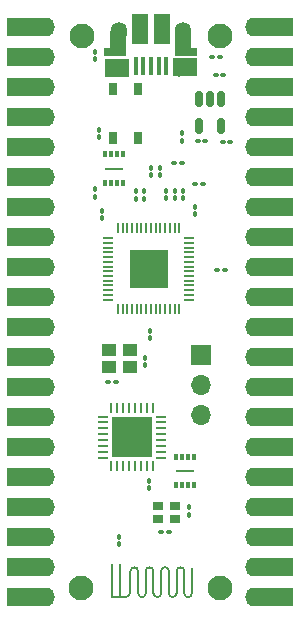
<source format=gbr>
%TF.GenerationSoftware,KiCad,Pcbnew,7.0.7*%
%TF.CreationDate,2023-10-12T13:18:42+07:00*%
%TF.ProjectId,Pico2040-Modular-Rev3-W,5069636f-3230-4343-902d-4d6f64756c61,rev?*%
%TF.SameCoordinates,Original*%
%TF.FileFunction,Soldermask,Top*%
%TF.FilePolarity,Negative*%
%FSLAX46Y46*%
G04 Gerber Fmt 4.6, Leading zero omitted, Abs format (unit mm)*
G04 Created by KiCad (PCBNEW 7.0.7) date 2023-10-12 13:18:42*
%MOMM*%
%LPD*%
G01*
G04 APERTURE LIST*
G04 Aperture macros list*
%AMRoundRect*
0 Rectangle with rounded corners*
0 $1 Rounding radius*
0 $2 $3 $4 $5 $6 $7 $8 $9 X,Y pos of 4 corners*
0 Add a 4 corners polygon primitive as box body*
4,1,4,$2,$3,$4,$5,$6,$7,$8,$9,$2,$3,0*
0 Add four circle primitives for the rounded corners*
1,1,$1+$1,$2,$3*
1,1,$1+$1,$4,$5*
1,1,$1+$1,$6,$7*
1,1,$1+$1,$8,$9*
0 Add four rect primitives between the rounded corners*
20,1,$1+$1,$2,$3,$4,$5,0*
20,1,$1+$1,$4,$5,$6,$7,0*
20,1,$1+$1,$6,$7,$8,$9,0*
20,1,$1+$1,$8,$9,$2,$3,0*%
G04 Aperture macros list end*
%ADD10C,0.200000*%
%ADD11RoundRect,0.100000X0.100000X-0.130000X0.100000X0.130000X-0.100000X0.130000X-0.100000X-0.130000X0*%
%ADD12RoundRect,0.014000X0.161000X-0.231000X0.161000X0.231000X-0.161000X0.231000X-0.161000X-0.231000X0*%
%ADD13R,1.600000X0.200000*%
%ADD14RoundRect,0.100000X-0.130000X-0.100000X0.130000X-0.100000X0.130000X0.100000X-0.130000X0.100000X0*%
%ADD15R,1.700000X1.700000*%
%ADD16O,1.700000X1.700000*%
%ADD17RoundRect,0.062500X0.375000X0.062500X-0.375000X0.062500X-0.375000X-0.062500X0.375000X-0.062500X0*%
%ADD18RoundRect,0.062500X0.062500X0.375000X-0.062500X0.375000X-0.062500X-0.375000X0.062500X-0.375000X0*%
%ADD19R,3.450000X3.450000*%
%ADD20RoundRect,0.100000X0.130000X0.100000X-0.130000X0.100000X-0.130000X-0.100000X0.130000X-0.100000X0*%
%ADD21C,2.100000*%
%ADD22R,3.200000X1.600000*%
%ADD23O,1.700000X1.600000*%
%ADD24RoundRect,0.100000X-0.100000X0.130000X-0.100000X-0.130000X0.100000X-0.130000X0.100000X0.130000X0*%
%ADD25R,0.400000X1.650000*%
%ADD26R,1.825000X0.700000*%
%ADD27R,2.000000X1.500000*%
%ADD28R,1.350000X2.000000*%
%ADD29O,1.350000X1.700000*%
%ADD30O,1.100000X1.500000*%
%ADD31R,1.430000X2.500000*%
%ADD32R,0.200000X0.400000*%
%ADD33RoundRect,0.050000X-0.387500X-0.050000X0.387500X-0.050000X0.387500X0.050000X-0.387500X0.050000X0*%
%ADD34RoundRect,0.050000X-0.050000X-0.387500X0.050000X-0.387500X0.050000X0.387500X-0.050000X0.387500X0*%
%ADD35R,3.200000X3.200000*%
%ADD36R,1.150000X1.000000*%
%ADD37R,0.650000X1.050000*%
%ADD38RoundRect,0.150000X-0.150000X0.512500X-0.150000X-0.512500X0.150000X-0.512500X0.150000X0.512500X0*%
%ADD39R,0.900000X0.800000*%
G04 APERTURE END LIST*
D10*
%TO.C,AE1*%
X77265000Y-67142500D02*
X77265000Y-69592500D01*
X77265000Y-69592500D02*
X78380000Y-69592500D01*
X77980000Y-67142500D02*
X77980000Y-69592500D01*
X78830000Y-67392500D02*
X78830000Y-69142500D01*
X79480000Y-69267500D02*
X79480000Y-67392500D01*
X80130000Y-67392500D02*
X80130000Y-69267500D01*
X80780000Y-69267500D02*
X80780000Y-67392500D01*
X81430000Y-67392500D02*
X81430000Y-69267500D01*
X82080000Y-69267500D02*
X82080000Y-67392500D01*
X82730000Y-67392500D02*
X82730000Y-69267500D01*
X83380000Y-69267500D02*
X83380000Y-67392500D01*
X84030000Y-69267500D02*
X84030000Y-67092500D01*
X79480000Y-67392500D02*
G75*
G03*
X78830000Y-67392500I-325000J0D01*
G01*
X78380000Y-69592500D02*
G75*
G03*
X78830000Y-69142500I0J450000D01*
G01*
X80780000Y-67392500D02*
G75*
G03*
X80130000Y-67392500I-325000J0D01*
G01*
X79480000Y-69267500D02*
G75*
G03*
X80130000Y-69267500I325000J0D01*
G01*
X82080000Y-67392500D02*
G75*
G03*
X81430000Y-67392500I-325000J0D01*
G01*
X80780000Y-69267500D02*
G75*
G03*
X81430000Y-69267500I325000J0D01*
G01*
X83380000Y-67392500D02*
G75*
G03*
X82730000Y-67392500I-325000J0D01*
G01*
X82080000Y-69267500D02*
G75*
G03*
X82730000Y-69267500I325000J0D01*
G01*
X83380000Y-69267500D02*
G75*
G03*
X84030000Y-69267500I325000J0D01*
G01*
%TD*%
D11*
%TO.C,C3*%
X83300000Y-35820000D03*
X83300000Y-35180000D03*
%TD*%
%TO.C,D2*%
X75800000Y-24040000D03*
X75800000Y-23400000D03*
%TD*%
%TO.C,C1*%
X81800000Y-35820000D03*
X81800000Y-35180000D03*
%TD*%
D12*
%TO.C,U5*%
X82700000Y-60140000D03*
X83200000Y-60140000D03*
X83700000Y-60140000D03*
X84200000Y-60140000D03*
X84200000Y-57700000D03*
X83700000Y-57700000D03*
X83200000Y-57700000D03*
X82700000Y-57700000D03*
D13*
X83450000Y-58920000D03*
%TD*%
D12*
%TO.C,U3*%
X76700000Y-34540000D03*
X77200000Y-34540000D03*
X77700000Y-34540000D03*
X78200000Y-34540000D03*
X78200000Y-32100000D03*
X77700000Y-32100000D03*
X77200000Y-32100000D03*
X76700000Y-32100000D03*
D13*
X77450000Y-33320000D03*
%TD*%
D14*
%TO.C,C17*%
X81435000Y-64100000D03*
X82075000Y-64100000D03*
%TD*%
D15*
%TO.C,J4*%
X84810000Y-49090000D03*
D16*
X84810000Y-51630000D03*
X84810000Y-54170000D03*
%TD*%
D17*
%TO.C,U4*%
X81400000Y-57800000D03*
X81400000Y-57300000D03*
X81400000Y-56800000D03*
X81400000Y-56300000D03*
X81400000Y-55800000D03*
X81400000Y-55300000D03*
X81400000Y-54800000D03*
X81400000Y-54300000D03*
D18*
X80712500Y-53612500D03*
X80212500Y-53612500D03*
X79712500Y-53612500D03*
X79212500Y-53612500D03*
X78712500Y-53612500D03*
X78212500Y-53612500D03*
X77712500Y-53612500D03*
X77212500Y-53612500D03*
D17*
X76525000Y-54300000D03*
X76525000Y-54800000D03*
X76525000Y-55300000D03*
X76525000Y-55800000D03*
X76525000Y-56300000D03*
X76525000Y-56800000D03*
X76525000Y-57300000D03*
X76525000Y-57800000D03*
D18*
X77212500Y-58487500D03*
X77712500Y-58487500D03*
X78212500Y-58487500D03*
X78712500Y-58487500D03*
X79212500Y-58487500D03*
X79712500Y-58487500D03*
X80212500Y-58487500D03*
X80712500Y-58487500D03*
D19*
X78962500Y-56050000D03*
%TD*%
D14*
%TO.C,C7*%
X86160000Y-41900000D03*
X86800000Y-41900000D03*
%TD*%
D11*
%TO.C,C18*%
X77890000Y-65115000D03*
X77890000Y-64475000D03*
%TD*%
D20*
%TO.C,D1*%
X86375000Y-23900000D03*
X85735000Y-23900000D03*
%TD*%
D11*
%TO.C,R4*%
X83200000Y-30965000D03*
X83200000Y-30325000D03*
%TD*%
%TO.C,C8*%
X84300000Y-37165000D03*
X84300000Y-36525000D03*
%TD*%
D21*
%TO.C,REF\u002A\u002A*%
X74600000Y-68800000D03*
%TD*%
D22*
%TO.C,J2*%
X69990000Y-21300000D03*
D23*
X71600000Y-21300000D03*
D22*
X69990000Y-23840000D03*
D23*
X71600000Y-23840000D03*
D22*
X69990000Y-26380000D03*
D23*
X71600000Y-26380000D03*
D22*
X69990000Y-28920000D03*
D23*
X71600000Y-28920000D03*
D22*
X69990000Y-31460000D03*
D23*
X71600000Y-31460000D03*
D22*
X69990000Y-34000000D03*
D23*
X71600000Y-34000000D03*
D22*
X69990000Y-36540000D03*
D23*
X71600000Y-36540000D03*
D22*
X69990000Y-39080000D03*
D23*
X71600000Y-39080000D03*
D22*
X69990000Y-41620000D03*
D23*
X71600000Y-41620000D03*
D22*
X69990000Y-44160000D03*
D23*
X71600000Y-44160000D03*
D22*
X69990000Y-46700000D03*
D23*
X71600000Y-46700000D03*
D22*
X69990000Y-49240000D03*
D23*
X71600000Y-49240000D03*
D22*
X69990000Y-51780000D03*
D23*
X71600000Y-51780000D03*
D22*
X69990000Y-54320000D03*
D23*
X71600000Y-54320000D03*
D22*
X69990000Y-56860000D03*
D23*
X71600000Y-56860000D03*
D22*
X69990000Y-59400000D03*
D23*
X71600000Y-59400000D03*
D22*
X69990000Y-61940000D03*
D23*
X71600000Y-61940000D03*
D22*
X69990000Y-64480000D03*
D23*
X71600000Y-64480000D03*
D22*
X69990000Y-67020000D03*
D23*
X71600000Y-67020000D03*
D22*
X69990000Y-69560000D03*
D23*
X71600000Y-69560000D03*
%TD*%
D14*
%TO.C,C11*%
X84335000Y-34600000D03*
X84975000Y-34600000D03*
%TD*%
D24*
%TO.C,R5*%
X75800000Y-35035000D03*
X75800000Y-35675000D03*
%TD*%
D25*
%TO.C,J1*%
X81860000Y-24650000D03*
X81210000Y-24650000D03*
X80560000Y-24650000D03*
X79910000Y-24650000D03*
X79260000Y-24650000D03*
D26*
X83510000Y-23450000D03*
D27*
X83410000Y-24750000D03*
D28*
X83290000Y-22700000D03*
D29*
X83290000Y-21770000D03*
D30*
X82980000Y-24770000D03*
D31*
X81520000Y-21500000D03*
X79600000Y-21500000D03*
D30*
X78140000Y-24770000D03*
D29*
X77830000Y-21770000D03*
D28*
X77810000Y-22700000D03*
D27*
X77660000Y-24770000D03*
D26*
X77560000Y-23450000D03*
%TD*%
D14*
%TO.C,C13*%
X86635000Y-31100000D03*
X87275000Y-31100000D03*
%TD*%
D11*
%TO.C,C10*%
X79300000Y-35865000D03*
X79300000Y-35225000D03*
%TD*%
D14*
%TO.C,C15*%
X76935000Y-51400000D03*
X77575000Y-51400000D03*
%TD*%
D32*
%TO.C,AE1*%
X77265000Y-66940000D03*
X77980000Y-66940000D03*
%TD*%
D33*
%TO.C,U1*%
X76925000Y-39200000D03*
X76925000Y-39600000D03*
X76925000Y-40000000D03*
X76925000Y-40400000D03*
X76925000Y-40800000D03*
X76925000Y-41200000D03*
X76925000Y-41600000D03*
X76925000Y-42000000D03*
X76925000Y-42400000D03*
X76925000Y-42800000D03*
X76925000Y-43200000D03*
X76925000Y-43600000D03*
X76925000Y-44000000D03*
X76925000Y-44400000D03*
D34*
X77762500Y-45237500D03*
X78162500Y-45237500D03*
X78562500Y-45237500D03*
X78962500Y-45237500D03*
X79362500Y-45237500D03*
X79762500Y-45237500D03*
X80162500Y-45237500D03*
X80562500Y-45237500D03*
X80962500Y-45237500D03*
X81362500Y-45237500D03*
X81762500Y-45237500D03*
X82162500Y-45237500D03*
X82562500Y-45237500D03*
X82962500Y-45237500D03*
D33*
X83800000Y-44400000D03*
X83800000Y-44000000D03*
X83800000Y-43600000D03*
X83800000Y-43200000D03*
X83800000Y-42800000D03*
X83800000Y-42400000D03*
X83800000Y-42000000D03*
X83800000Y-41600000D03*
X83800000Y-41200000D03*
X83800000Y-40800000D03*
X83800000Y-40400000D03*
X83800000Y-40000000D03*
X83800000Y-39600000D03*
X83800000Y-39200000D03*
D34*
X82962500Y-38362500D03*
X82562500Y-38362500D03*
X82162500Y-38362500D03*
X81762500Y-38362500D03*
X81362500Y-38362500D03*
X80962500Y-38362500D03*
X80562500Y-38362500D03*
X80162500Y-38362500D03*
X79762500Y-38362500D03*
X79362500Y-38362500D03*
X78962500Y-38362500D03*
X78562500Y-38362500D03*
X78162500Y-38362500D03*
X77762500Y-38362500D03*
D35*
X80362500Y-41800000D03*
%TD*%
D24*
%TO.C,C6*%
X80500000Y-47035000D03*
X80500000Y-47675000D03*
%TD*%
%TO.C,C16*%
X83800000Y-61980000D03*
X83800000Y-62620000D03*
%TD*%
%TO.C,R6*%
X76200000Y-30035000D03*
X76200000Y-30675000D03*
%TD*%
D11*
%TO.C,C9*%
X80000000Y-35865000D03*
X80000000Y-35225000D03*
%TD*%
D14*
%TO.C,C5*%
X82535000Y-32800000D03*
X83175000Y-32800000D03*
%TD*%
D24*
%TO.C,R1*%
X80600000Y-33235000D03*
X80600000Y-33875000D03*
%TD*%
D14*
%TO.C,C12*%
X86035000Y-25400000D03*
X86675000Y-25400000D03*
%TD*%
D11*
%TO.C,R7*%
X80400000Y-60365000D03*
X80400000Y-59725000D03*
%TD*%
D36*
%TO.C,Y1*%
X77050000Y-50100000D03*
X78800000Y-50100000D03*
X78800000Y-48700000D03*
X77050000Y-48700000D03*
%TD*%
D14*
%TO.C,R3*%
X84535000Y-31000000D03*
X85175000Y-31000000D03*
%TD*%
D11*
%TO.C,C4*%
X76400000Y-37520000D03*
X76400000Y-36880000D03*
%TD*%
D24*
%TO.C,R2*%
X81300000Y-33235000D03*
X81300000Y-33875000D03*
%TD*%
D21*
%TO.C,REF\u002A\u002A*%
X86400000Y-68800000D03*
%TD*%
%TO.C,REF\u002A\u002A*%
X74700000Y-22100000D03*
%TD*%
D37*
%TO.C,SW1*%
X77350000Y-30725000D03*
X77350000Y-26575000D03*
X79500000Y-30725000D03*
X79500000Y-26600000D03*
%TD*%
D24*
%TO.C,C14*%
X80100000Y-49335000D03*
X80100000Y-49975000D03*
%TD*%
D38*
%TO.C,U2*%
X86500000Y-27425000D03*
X85550000Y-27425000D03*
X84600000Y-27425000D03*
X84600000Y-29700000D03*
X86500000Y-29700000D03*
%TD*%
D39*
%TO.C,Y2*%
X81200000Y-63000000D03*
X82600000Y-63000000D03*
X82600000Y-61900000D03*
X81200000Y-61900000D03*
%TD*%
D11*
%TO.C,C2*%
X82580000Y-35820000D03*
X82580000Y-35180000D03*
%TD*%
D21*
%TO.C,REF\u002A\u002A*%
X86400000Y-22100000D03*
%TD*%
D22*
%TO.C,J3*%
X91000000Y-21300000D03*
D23*
X89390000Y-21300000D03*
D22*
X91000000Y-23840000D03*
D23*
X89390000Y-23840000D03*
D22*
X91000000Y-26380000D03*
D23*
X89390000Y-26380000D03*
D22*
X91000000Y-28920000D03*
D23*
X89390000Y-28920000D03*
D22*
X91000000Y-31460000D03*
D23*
X89390000Y-31460000D03*
D22*
X91000000Y-34000000D03*
D23*
X89390000Y-34000000D03*
D22*
X91000000Y-36540000D03*
D23*
X89390000Y-36540000D03*
D22*
X91000000Y-39080000D03*
D23*
X89390000Y-39080000D03*
D22*
X91000000Y-41620000D03*
D23*
X89390000Y-41620000D03*
D22*
X91000000Y-44160000D03*
D23*
X89390000Y-44160000D03*
D22*
X91000000Y-46700000D03*
D23*
X89390000Y-46700000D03*
D22*
X91000000Y-49240000D03*
D23*
X89390000Y-49240000D03*
D22*
X91000000Y-51780000D03*
D23*
X89390000Y-51780000D03*
D22*
X91000000Y-54320000D03*
D23*
X89390000Y-54320000D03*
D22*
X91000000Y-56860000D03*
D23*
X89390000Y-56860000D03*
D22*
X91000000Y-59400000D03*
D23*
X89390000Y-59400000D03*
D22*
X91000000Y-61940000D03*
D23*
X89390000Y-61940000D03*
D22*
X91000000Y-64480000D03*
D23*
X89390000Y-64480000D03*
D22*
X91000000Y-67020000D03*
D23*
X89390000Y-67020000D03*
D22*
X91000000Y-69560000D03*
D23*
X89390000Y-69560000D03*
%TD*%
M02*

</source>
